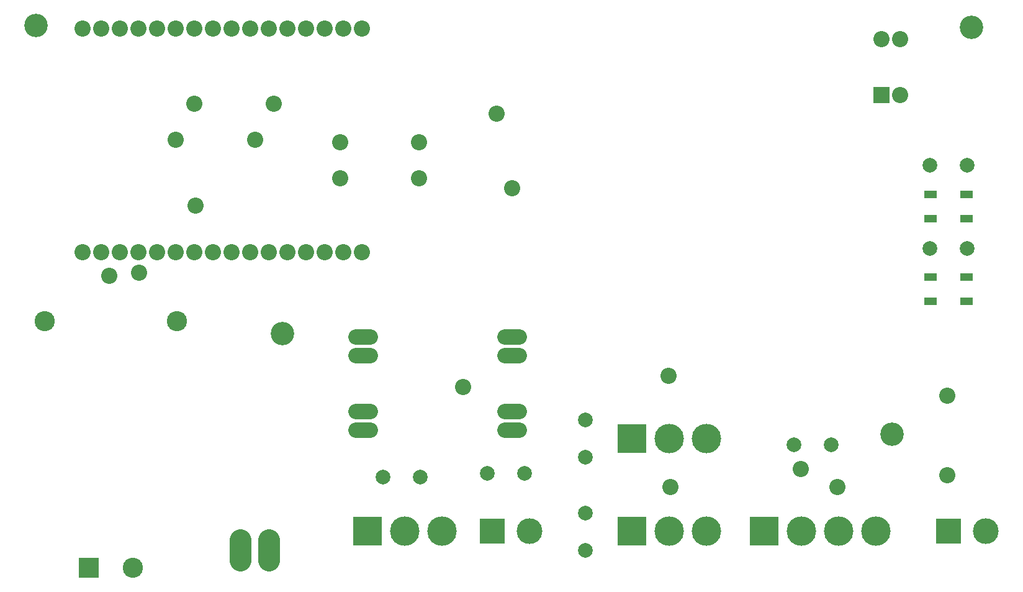
<source format=gbr>
G04 EAGLE Gerber RS-274X export*
G75*
%MOMM*%
%FSLAX34Y34*%
%LPD*%
%INSoldermask Top*%
%IPPOS*%
%AMOC8*
5,1,8,0,0,1.08239X$1,22.5*%
G01*
G04 Define Apertures*
%ADD10C,3.203200*%
%ADD11C,3.003200*%
%ADD12R,3.505200X3.505200*%
%ADD13C,3.505200*%
%ADD14R,4.013200X4.013200*%
%ADD15C,4.013200*%
%ADD16C,2.003200*%
%ADD17R,2.743200X2.743200*%
%ADD18C,2.743200*%
%ADD19C,2.203200*%
%ADD20R,2.203200X2.203200*%
%ADD21C,2.133600*%
%ADD22R,1.703200X1.103200*%
D10*
X38000Y766000D03*
X1314000Y764000D03*
X1205000Y209000D03*
X374000Y346000D03*
D11*
X355600Y64800D02*
X355600Y36800D01*
X316000Y36800D02*
X316000Y64800D01*
D12*
X659800Y76766D03*
D13*
X710600Y76766D03*
D14*
X489559Y76766D03*
D15*
X540359Y76766D03*
X591159Y76766D03*
D16*
X1122200Y194700D03*
X1071400Y194700D03*
X787400Y228600D03*
X787400Y177800D03*
X787400Y101600D03*
X787400Y50800D03*
X653400Y155600D03*
X704200Y155600D03*
X562000Y150800D03*
X511200Y150800D03*
D14*
X850900Y76766D03*
D15*
X901700Y76766D03*
X952500Y76766D03*
D14*
X850900Y203200D03*
D15*
X901700Y203200D03*
X952500Y203200D03*
D17*
X109700Y26900D03*
D18*
X169700Y26900D03*
X49700Y362900D03*
X229700Y362900D03*
D19*
X254000Y659500D03*
X362200Y659500D03*
X228600Y610000D03*
X336800Y610000D03*
D14*
X1031100Y76766D03*
D15*
X1081900Y76766D03*
X1132700Y76766D03*
X1183500Y76766D03*
D19*
X101600Y457200D03*
X127000Y457200D03*
X152400Y457200D03*
X177800Y457200D03*
X203200Y457200D03*
X228600Y457200D03*
X254000Y457200D03*
X279400Y457200D03*
X304800Y457200D03*
X330200Y457200D03*
X355600Y457200D03*
X381000Y457200D03*
X406400Y457200D03*
X431800Y457200D03*
X457200Y457200D03*
X482600Y457200D03*
X101600Y762000D03*
X127000Y762000D03*
X152400Y762000D03*
X177800Y762000D03*
X203200Y762000D03*
X228600Y762000D03*
X254000Y762000D03*
X279400Y762000D03*
X304800Y762000D03*
X330200Y762000D03*
X355600Y762000D03*
X381000Y762000D03*
X406400Y762000D03*
X431800Y762000D03*
X457200Y762000D03*
X482600Y762000D03*
D20*
X1191300Y670900D03*
D19*
X1191300Y747100D03*
X1216700Y670900D03*
X1216700Y747100D03*
X452400Y558000D03*
X560600Y558000D03*
X452400Y607000D03*
X560600Y607000D03*
D21*
X677052Y342325D02*
X696356Y342325D01*
X696356Y316925D02*
X677052Y316925D01*
X677052Y240725D02*
X696356Y240725D01*
X696356Y215325D02*
X677052Y215325D01*
X493156Y342325D02*
X473852Y342325D01*
X473852Y316925D02*
X493156Y316925D01*
X493156Y240725D02*
X473852Y240725D01*
X473852Y215325D02*
X493156Y215325D01*
D22*
X1307000Y502500D03*
X1307000Y535500D03*
X1258000Y502500D03*
X1258000Y535500D03*
X1307000Y390500D03*
X1307000Y423500D03*
X1258000Y390500D03*
X1258000Y423500D03*
D16*
X1257100Y576000D03*
X1307900Y576000D03*
X1257100Y462000D03*
X1307900Y462000D03*
D12*
X1282600Y76766D03*
D13*
X1333400Y76766D03*
D19*
X1281000Y153400D03*
X1281000Y261600D03*
X901000Y289000D03*
X178000Y429540D03*
X903000Y137000D03*
X138000Y425000D03*
X1081000Y162000D03*
X1131000Y137000D03*
X686966Y544426D03*
X666000Y646000D03*
X620000Y273000D03*
X255196Y520920D03*
M02*

</source>
